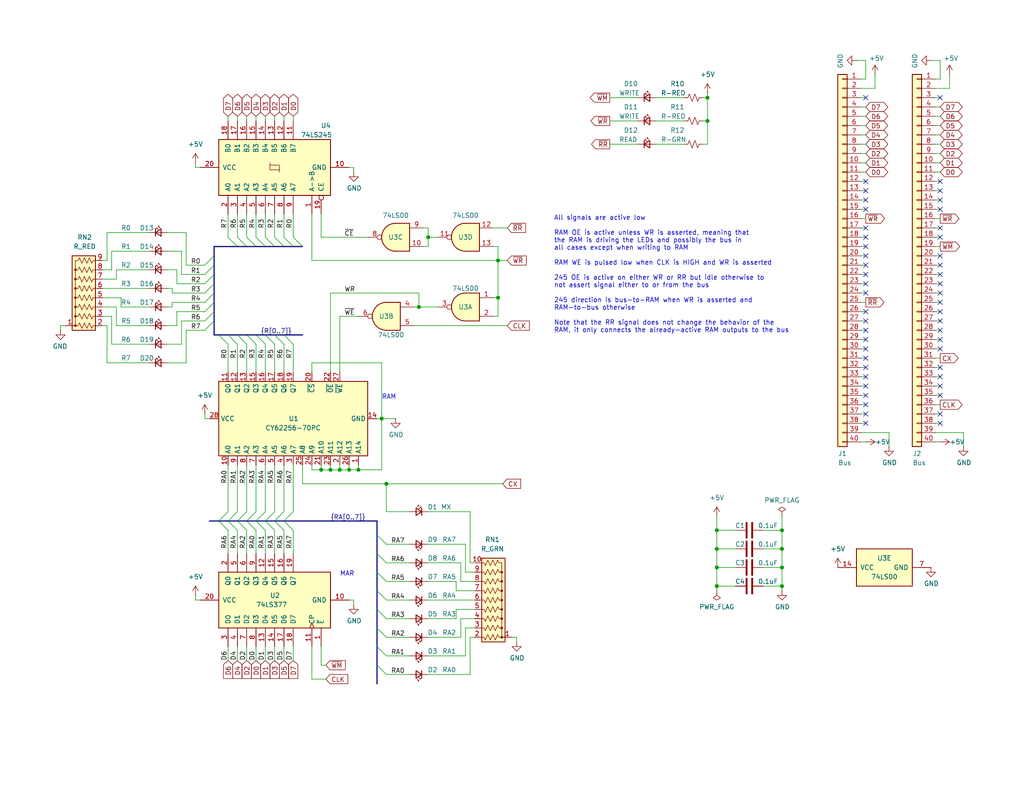
<source format=kicad_sch>
(kicad_sch (version 20231120) (generator "eeschema") (generator_version "8.0")
  (paper "USLetter")
  (title_block (title "SAP-Plus RAM and MAR") (date "2024-11-30") (rev "1.1") (company "github.com/TomNisbet/sap-plus"))
  (junction (at 193.04 26.67))
  (junction (at 105.41 132.08))
  (junction (at 95.25 128.27))
  (junction (at 87.63 128.27))
  (junction (at 135.89 81.28))
  (junction (at 135.89 71.12))
  (junction (at 195.58 144.78))
  (junction (at 195.58 149.86))
  (junction (at 193.04 33.02))
  (junction (at 92.71 128.27))
  (junction (at 114.3 83.82))
  (junction (at 213.36 144.78))
  (junction (at 213.36 154.94))
  (junction (at 90.17 128.27))
  (junction (at 116.84 64.77))
  (junction (at 104.14 114.3))
  (junction (at 97.79 128.27))
  (junction (at 195.58 154.94))
  (junction (at 213.36 160.02))
  (junction (at 195.58 160.02))
  (junction (at 213.36 149.86))
  (no_connect (at 236.22 115.57))
  (no_connect (at 236.22 64.77))
  (no_connect (at 256.54 90.17))
  (no_connect (at 236.22 67.31))
  (no_connect (at 256.54 69.85))
  (no_connect (at 236.22 100.33))
  (no_connect (at 236.22 69.85))
  (no_connect (at 236.22 102.87))
  (no_connect (at 256.54 85.09))
  (no_connect (at 236.22 95.25))
  (no_connect (at 236.22 77.47))
  (no_connect (at 236.22 26.67))
  (no_connect (at 256.54 77.47))
  (no_connect (at 256.54 54.61))
  (no_connect (at 256.54 52.07))
  (no_connect (at 256.54 62.23))
  (no_connect (at 236.22 113.03))
  (no_connect (at 236.22 57.15))
  (no_connect (at 236.22 92.71))
  (no_connect (at 236.22 87.63))
  (no_connect (at 236.22 105.41))
  (no_connect (at 256.54 115.57))
  (no_connect (at 236.22 85.09))
  (no_connect (at 236.22 110.49))
  (no_connect (at 236.22 72.39))
  (no_connect (at 236.22 80.01))
  (no_connect (at 256.54 105.41))
  (no_connect (at 236.22 62.23))
  (no_connect (at 256.54 57.15))
  (no_connect (at 256.54 26.67))
  (no_connect (at 256.54 107.95))
  (no_connect (at 236.22 107.95))
  (no_connect (at 236.22 52.07))
  (no_connect (at 236.22 90.17))
  (no_connect (at 236.22 54.61))
  (no_connect (at 256.54 64.77))
  (no_connect (at 256.54 95.25))
  (no_connect (at 256.54 74.93))
  (no_connect (at 256.54 49.53))
  (no_connect (at 256.54 102.87))
  (no_connect (at 256.54 87.63))
  (no_connect (at 256.54 82.55))
  (no_connect (at 236.22 97.79))
  (no_connect (at 256.54 100.33))
  (no_connect (at 236.22 74.93))
  (no_connect (at 256.54 80.01))
  (no_connect (at 256.54 92.71))
  (no_connect (at 236.22 49.53))
  (no_connect (at 256.54 113.03))
  (no_connect (at 256.54 72.39))
  (bus_entry (at 77.47 64.77) (size 2.54 2.54))
  (bus_entry (at 72.39 64.77) (size 2.54 2.54))
  (bus_entry (at 62.23 142.24) (size 2.54 2.54))
  (bus_entry (at 105.41 148.59) (size -2.54 -2.54))
  (bus_entry (at 74.93 139.7) (size -2.54 2.54))
  (bus_entry (at 72.39 139.7) (size -2.54 2.54))
  (bus_entry (at 62.23 139.7) (size -2.54 2.54))
  (bus_entry (at 69.85 139.7) (size -2.54 2.54))
  (bus_entry (at 67.31 91.44) (size 2.54 2.54))
  (bus_entry (at 64.77 91.44) (size 2.54 2.54))
  (bus_entry (at 55.88 90.17) (size 2.54 -2.54))
  (bus_entry (at 64.77 142.24) (size 2.54 2.54))
  (bus_entry (at 69.85 142.24) (size 2.54 2.54))
  (bus_entry (at 105.41 173.99) (size -2.54 -2.54))
  (bus_entry (at 55.88 77.47) (size 2.54 -2.54))
  (bus_entry (at 67.31 139.7) (size -2.54 2.54))
  (bus_entry (at 69.85 91.44) (size 2.54 2.54))
  (bus_entry (at 105.41 168.91) (size -2.54 -2.54))
  (bus_entry (at 55.88 85.09) (size 2.54 -2.54))
  (bus_entry (at 80.01 139.7) (size -2.54 2.54))
  (bus_entry (at 80.01 64.77) (size 2.54 2.54))
  (bus_entry (at 59.69 142.24) (size 2.54 2.54))
  (bus_entry (at 64.77 139.7) (size -2.54 2.54))
  (bus_entry (at 77.47 142.24) (size 2.54 2.54))
  (bus_entry (at 55.88 80.01) (size 2.54 -2.54))
  (bus_entry (at 55.88 82.55) (size 2.54 -2.54))
  (bus_entry (at 105.41 179.07) (size -2.54 -2.54))
  (bus_entry (at 62.23 91.44) (size 2.54 2.54))
  (bus_entry (at 105.41 163.83) (size -2.54 -2.54))
  (bus_entry (at 55.88 72.39) (size 2.54 -2.54))
  (bus_entry (at 72.39 142.24) (size 2.54 2.54))
  (bus_entry (at 67.31 64.77) (size 2.54 2.54))
  (bus_entry (at 74.93 91.44) (size 2.54 2.54))
  (bus_entry (at 74.93 142.24) (size 2.54 2.54))
  (bus_entry (at 67.31 142.24) (size 2.54 2.54))
  (bus_entry (at 74.93 64.77) (size 2.54 2.54))
  (bus_entry (at 59.69 91.44) (size 2.54 2.54))
  (bus_entry (at 77.47 91.44) (size 2.54 2.54))
  (bus_entry (at 77.47 139.7) (size -2.54 2.54))
  (bus_entry (at 105.41 184.15) (size -2.54 -2.54))
  (bus_entry (at 72.39 91.44) (size 2.54 2.54))
  (bus_entry (at 55.88 74.93) (size 2.54 -2.54))
  (bus_entry (at 62.23 64.77) (size 2.54 2.54))
  (bus_entry (at 64.77 64.77) (size 2.54 2.54))
  (bus_entry (at 105.41 153.67) (size -2.54 -2.54))
  (bus_entry (at 105.41 158.75) (size -2.54 -2.54))
  (bus_entry (at 55.88 87.63) (size 2.54 -2.54))
  (bus_entry (at 69.85 64.77) (size 2.54 2.54))
  (wire (pts (xy 208.28 144.78) (xy 213.36 144.78)))
  (wire (pts (xy 74.93 176.53) (xy 74.93 180.34)))
  (wire (pts (xy 111.76 179.07) (xy 105.41 179.07)))
  (wire (pts (xy 236.22 16.51) (xy 236.22 21.59)))
  (wire (pts (xy 40.64 88.9) (xy 31.75 88.9)))
  (bus (pts (xy 58.42 82.55) (xy 58.42 85.09)))
  (bus (pts (xy 64.77 67.31) (xy 58.42 67.31)))
  (wire (pts (xy 236.22 64.77) (xy 234.95 64.77)))
  (wire (pts (xy 236.22 80.01) (xy 234.95 80.01)))
  (bus (pts (xy 72.39 142.24) (xy 74.93 142.24)))
  (bus (pts (xy 69.85 91.44) (xy 72.39 91.44)))
  (wire (pts (xy 64.77 58.42) (xy 64.77 64.77)))
  (wire (pts (xy 95.25 127) (xy 95.25 128.27)))
  (wire (pts (xy 193.04 39.37) (xy 191.77 39.37)))
  (wire (pts (xy 49.53 87.63) (xy 55.88 87.63)))
  (wire (pts (xy 85.09 128.27) (xy 85.09 127)))
  (wire (pts (xy 193.04 33.02) (xy 191.77 33.02)))
  (bus (pts (xy 77.47 67.31) (xy 74.93 67.31)))
  (wire (pts (xy 87.63 128.27) (xy 85.09 128.27)))
  (bus (pts (xy 67.31 142.24) (xy 69.85 142.24)))
  (wire (pts (xy 30.48 73.66) (xy 30.48 68.58)))
  (wire (pts (xy 49.53 93.98) (xy 45.72 93.98)))
  (wire (pts (xy 256.54 120.65) (xy 255.27 120.65)))
  (wire (pts (xy 255.27 118.11) (xy 262.89 118.11)))
  (wire (pts (xy 236.22 102.87) (xy 234.95 102.87)))
  (wire (pts (xy 129.54 168.91) (xy 125.73 168.91)))
  (wire (pts (xy 256.54 64.77) (xy 255.27 64.77)))
  (wire (pts (xy 113.03 83.82) (xy 114.3 83.82)))
  (wire (pts (xy 80.01 144.78) (xy 80.01 151.13)))
  (wire (pts (xy 97.79 86.36) (xy 92.71 86.36)))
  (wire (pts (xy 31.75 73.66) (xy 40.64 73.66)))
  (wire (pts (xy 62.23 31.75) (xy 62.23 33.02)))
  (wire (pts (xy 16.51 88.9) (xy 17.78 88.9)))
  (wire (pts (xy 111.76 168.91) (xy 105.41 168.91)))
  (wire (pts (xy 236.22 26.67) (xy 234.95 26.67)))
  (wire (pts (xy 234.95 110.49) (xy 236.22 110.49)))
  (wire (pts (xy 90.17 128.27) (xy 92.71 128.27)))
  (wire (pts (xy 33.02 81.28) (xy 33.02 83.82)))
  (wire (pts (xy 85.09 101.6) (xy 85.09 99.06)))
  (wire (pts (xy 53.34 162.56) (xy 53.34 163.83)))
  (wire (pts (xy 27.94 81.28) (xy 33.02 81.28)))
  (wire (pts (xy 87.63 176.53) (xy 87.63 181.61)))
  (bus (pts (xy 69.85 67.31) (xy 67.31 67.31)))
  (wire (pts (xy 80.01 31.75) (xy 80.01 33.02)))
  (bus (pts (xy 58.42 69.85) (xy 58.42 72.39)))
  (wire (pts (xy 62.23 127) (xy 62.23 139.7)))
  (wire (pts (xy 87.63 58.42) (xy 87.63 64.77)))
  (wire (pts (xy 74.93 144.78) (xy 74.93 151.13)))
  (wire (pts (xy 104.14 99.06) (xy 104.14 114.3)))
  (wire (pts (xy 64.77 127) (xy 64.77 139.7)))
  (wire (pts (xy 135.89 67.31) (xy 135.89 71.12)))
  (wire (pts (xy 87.63 127) (xy 87.63 128.27)))
  (wire (pts (xy 50.8 99.06) (xy 50.8 90.17)))
  (wire (pts (xy 27.94 73.66) (xy 30.48 73.66)))
  (wire (pts (xy 236.22 36.83) (xy 234.95 36.83)))
  (wire (pts (xy 236.22 90.17) (xy 234.95 90.17)))
  (wire (pts (xy 90.17 128.27) (xy 90.17 127)))
  (wire (pts (xy 111.76 184.15) (xy 105.41 184.15)))
  (wire (pts (xy 31.75 83.82) (xy 31.75 88.9)))
  (wire (pts (xy 69.85 176.53) (xy 69.85 180.34)))
  (wire (pts (xy 236.22 21.59) (xy 234.95 21.59)))
  (wire (pts (xy 85.09 176.53) (xy 85.09 185.42)))
  (wire (pts (xy 213.36 140.97) (xy 213.36 144.78)))
  (wire (pts (xy 31.75 76.2) (xy 31.75 73.66)))
  (wire (pts (xy 48.26 85.09) (xy 55.88 85.09)))
  (wire (pts (xy 116.84 163.83) (xy 129.54 163.83)))
  (wire (pts (xy 134.62 67.31) (xy 135.89 67.31)))
  (wire (pts (xy 195.58 160.02) (xy 195.58 161.29)))
  (wire (pts (xy 46.99 78.74) (xy 46.99 80.01)))
  (bus (pts (xy 77.47 91.44) (xy 82.55 91.44)))
  (wire (pts (xy 236.22 69.85) (xy 234.95 69.85)))
  (wire (pts (xy 256.54 57.15) (xy 255.27 57.15)))
  (wire (pts (xy 77.47 93.98) (xy 77.47 101.6)))
  (wire (pts (xy 256.54 41.91) (xy 255.27 41.91)))
  (bus (pts (xy 62.23 91.44) (xy 64.77 91.44)))
  (wire (pts (xy 46.99 83.82) (xy 46.99 82.55)))
  (wire (pts (xy 46.99 82.55) (xy 55.88 82.55)))
  (wire (pts (xy 256.54 107.95) (xy 255.27 107.95)))
  (wire (pts (xy 55.88 113.03) (xy 55.88 114.3)))
  (wire (pts (xy 29.21 99.06) (xy 40.64 99.06)))
  (wire (pts (xy 236.22 49.53) (xy 234.95 49.53)))
  (wire (pts (xy 105.41 132.08) (xy 137.16 132.08)))
  (wire (pts (xy 85.09 71.12) (xy 135.89 71.12)))
  (wire (pts (xy 125.73 158.75) (xy 125.73 153.67)))
  (wire (pts (xy 92.71 128.27) (xy 95.25 128.27)))
  (wire (pts (xy 200.66 154.94) (xy 195.58 154.94)))
  (wire (pts (xy 72.39 176.53) (xy 72.39 180.34)))
  (wire (pts (xy 53.34 45.72) (xy 54.61 45.72)))
  (wire (pts (xy 236.22 82.55) (xy 234.95 82.55)))
  (wire (pts (xy 256.54 52.07) (xy 255.27 52.07)))
  (bus (pts (xy 58.42 80.01) (xy 58.42 82.55)))
  (wire (pts (xy 74.93 58.42) (xy 74.93 64.77)))
  (wire (pts (xy 64.77 93.98) (xy 64.77 101.6)))
  (wire (pts (xy 49.53 68.58) (xy 49.53 74.93)))
  (wire (pts (xy 236.22 120.65) (xy 234.95 120.65)))
  (bus (pts (xy 64.77 91.44) (xy 67.31 91.44)))
  (wire (pts (xy 62.23 93.98) (xy 62.23 101.6)))
  (bus (pts (xy 64.77 142.24) (xy 67.31 142.24)))
  (wire (pts (xy 111.76 139.7) (xy 105.41 139.7)))
  (wire (pts (xy 256.54 69.85) (xy 255.27 69.85)))
  (wire (pts (xy 236.22 34.29) (xy 234.95 34.29)))
  (wire (pts (xy 128.27 173.99) (xy 128.27 184.15)))
  (bus (pts (xy 58.42 74.93) (xy 58.42 77.47)))
  (wire (pts (xy 256.54 82.55) (xy 255.27 82.55)))
  (wire (pts (xy 128.27 153.67) (xy 128.27 139.7)))
  (bus (pts (xy 67.31 67.31) (xy 64.77 67.31)))
  (wire (pts (xy 193.04 33.02) (xy 193.04 39.37)))
  (wire (pts (xy 116.84 153.67) (xy 125.73 153.67)))
  (wire (pts (xy 256.54 102.87) (xy 255.27 102.87)))
  (wire (pts (xy 67.31 176.53) (xy 67.31 180.34)))
  (wire (pts (xy 72.39 127) (xy 72.39 139.7)))
  (wire (pts (xy 114.3 83.82) (xy 119.38 83.82)))
  (bus (pts (xy 102.87 142.24) (xy 102.87 146.05)))
  (wire (pts (xy 186.69 33.02) (xy 179.07 33.02)))
  (wire (pts (xy 116.84 67.31) (xy 116.84 64.77)))
  (wire (pts (xy 256.54 34.29) (xy 255.27 34.29)))
  (wire (pts (xy 234.95 105.41) (xy 236.22 105.41)))
  (wire (pts (xy 29.21 88.9) (xy 29.21 99.06)))
  (wire (pts (xy 87.63 128.27) (xy 90.17 128.27)))
  (wire (pts (xy 129.54 161.29) (xy 124.46 161.29)))
  (bus (pts (xy 77.47 142.24) (xy 102.87 142.24)))
  (wire (pts (xy 256.54 26.67) (xy 255.27 26.67)))
  (wire (pts (xy 208.28 160.02) (xy 213.36 160.02)))
  (bus (pts (xy 74.93 91.44) (xy 77.47 91.44)))
  (wire (pts (xy 49.53 93.98) (xy 49.53 87.63)))
  (wire (pts (xy 85.09 99.06) (xy 104.14 99.06)))
  (wire (pts (xy 254 16.51) (xy 256.54 16.51)))
  (wire (pts (xy 236.22 95.25) (xy 234.95 95.25)))
  (wire (pts (xy 96.52 163.83) (xy 96.52 165.1)))
  (wire (pts (xy 127 148.59) (xy 116.84 148.59)))
  (wire (pts (xy 166.37 26.67) (xy 173.99 26.67)))
  (bus (pts (xy 102.87 181.61) (xy 102.87 186.69)))
  (wire (pts (xy 127 156.21) (xy 127 148.59)))
  (bus (pts (xy 80.01 67.31) (xy 77.47 67.31)))
  (wire (pts (xy 105.41 132.08) (xy 105.41 139.7)))
  (wire (pts (xy 135.89 71.12) (xy 135.89 81.28)))
  (wire (pts (xy 236.22 97.79) (xy 234.95 97.79)))
  (wire (pts (xy 234.95 118.11) (xy 242.57 118.11)))
  (wire (pts (xy 124.46 166.37) (xy 124.46 168.91)))
  (wire (pts (xy 111.76 163.83) (xy 105.41 163.83)))
  (wire (pts (xy 69.85 144.78) (xy 69.85 151.13)))
  (wire (pts (xy 27.94 76.2) (xy 31.75 76.2)))
  (wire (pts (xy 64.77 31.75) (xy 64.77 33.02)))
  (wire (pts (xy 80.01 127) (xy 80.01 139.7)))
  (bus (pts (xy 74.93 142.24) (xy 77.47 142.24)))
  (wire (pts (xy 213.36 149.86) (xy 213.36 154.94)))
  (wire (pts (xy 236.22 74.93) (xy 234.95 74.93)))
  (wire (pts (xy 67.31 144.78) (xy 67.31 151.13)))
  (wire (pts (xy 30.48 86.36) (xy 30.48 93.98)))
  (wire (pts (xy 45.72 73.66) (xy 48.26 73.66)))
  (wire (pts (xy 127 171.45) (xy 127 179.07)))
  (wire (pts (xy 40.64 78.74) (xy 27.94 78.74)))
  (wire (pts (xy 166.37 39.37) (xy 173.99 39.37)))
  (bus (pts (xy 102.87 161.29) (xy 102.87 166.37)))
  (wire (pts (xy 67.31 93.98) (xy 67.31 101.6)))
  (wire (pts (xy 256.54 21.59) (xy 255.27 21.59)))
  (wire (pts (xy 234.95 115.57) (xy 236.22 115.57)))
  (wire (pts (xy 256.54 67.31) (xy 255.27 67.31)))
  (wire (pts (xy 236.22 72.39) (xy 234.95 72.39)))
  (wire (pts (xy 111.76 153.67) (xy 105.41 153.67)))
  (bus (pts (xy 67.31 91.44) (xy 69.85 91.44)))
  (wire (pts (xy 127 179.07) (xy 116.84 179.07)))
  (bus (pts (xy 72.39 91.44) (xy 74.93 91.44)))
  (wire (pts (xy 256.54 31.75) (xy 255.27 31.75)))
  (wire (pts (xy 236.22 52.07) (xy 234.95 52.07)))
  (wire (pts (xy 256.54 97.79) (xy 255.27 97.79)))
  (wire (pts (xy 200.66 149.86) (xy 195.58 149.86)))
  (wire (pts (xy 213.36 160.02) (xy 213.36 161.29)))
  (wire (pts (xy 69.85 31.75) (xy 69.85 33.02)))
  (wire (pts (xy 80.01 58.42) (xy 80.01 64.77)))
  (wire (pts (xy 236.22 29.21) (xy 234.95 29.21)))
  (wire (pts (xy 124.46 161.29) (xy 124.46 158.75)))
  (wire (pts (xy 45.72 83.82) (xy 46.99 83.82)))
  (wire (pts (xy 69.85 93.98) (xy 69.85 101.6)))
  (wire (pts (xy 55.88 114.3) (xy 57.15 114.3)))
  (wire (pts (xy 256.54 54.61) (xy 255.27 54.61)))
  (wire (pts (xy 236.22 92.71) (xy 234.95 92.71)))
  (wire (pts (xy 48.26 88.9) (xy 48.26 85.09)))
  (wire (pts (xy 104.14 128.27) (xy 97.79 128.27)))
  (wire (pts (xy 195.58 154.94) (xy 195.58 160.02)))
  (wire (pts (xy 104.14 114.3) (xy 107.95 114.3)))
  (wire (pts (xy 95.25 128.27) (xy 97.79 128.27)))
  (wire (pts (xy 140.97 173.99) (xy 140.97 175.26)))
  (bus (pts (xy 58.42 87.63) (xy 58.42 91.44)))
  (wire (pts (xy 200.66 144.78) (xy 195.58 144.78)))
  (wire (pts (xy 53.34 44.45) (xy 53.34 45.72)))
  (wire (pts (xy 236.22 59.69) (xy 234.95 59.69)))
  (wire (pts (xy 27.94 83.82) (xy 31.75 83.82)))
  (wire (pts (xy 236.22 57.15) (xy 234.95 57.15)))
  (wire (pts (xy 186.69 26.67) (xy 179.07 26.67)))
  (wire (pts (xy 114.3 80.01) (xy 114.3 83.82)))
  (bus (pts (xy 59.69 142.24) (xy 62.23 142.24)))
  (wire (pts (xy 124.46 158.75) (xy 116.84 158.75)))
  (wire (pts (xy 64.77 176.53) (xy 64.77 180.34)))
  (wire (pts (xy 62.23 144.78) (xy 62.23 151.13)))
  (wire (pts (xy 45.72 63.5) (xy 50.8 63.5)))
  (wire (pts (xy 262.89 118.11) (xy 262.89 121.92)))
  (wire (pts (xy 195.58 144.78) (xy 195.58 149.86)))
  (bus (pts (xy 69.85 142.24) (xy 72.39 142.24)))
  (wire (pts (xy 125.73 168.91) (xy 125.73 173.99)))
  (wire (pts (xy 129.54 171.45) (xy 127 171.45)))
  (bus (pts (xy 74.93 67.31) (xy 72.39 67.31)))
  (wire (pts (xy 27.94 71.12) (xy 29.21 71.12)))
  (wire (pts (xy 135.89 86.36) (xy 134.62 86.36)))
  (wire (pts (xy 64.77 144.78) (xy 64.77 151.13)))
  (wire (pts (xy 208.28 149.86) (xy 213.36 149.86)))
  (wire (pts (xy 80.01 176.53) (xy 80.01 180.34)))
  (wire (pts (xy 87.63 181.61) (xy 88.9 181.61)))
  (wire (pts (xy 116.84 64.77) (xy 119.38 64.77)))
  (wire (pts (xy 77.47 31.75) (xy 77.47 33.02)))
  (wire (pts (xy 104.14 114.3) (xy 104.14 128.27)))
  (wire (pts (xy 97.79 128.27) (xy 97.79 127)))
  (wire (pts (xy 236.22 85.09) (xy 234.95 85.09)))
  (wire (pts (xy 234.95 24.13) (xy 238.76 24.13)))
  (wire (pts (xy 40.64 83.82) (xy 33.02 83.82)))
  (wire (pts (xy 96.52 46.99) (xy 96.52 45.72)))
  (wire (pts (xy 213.36 144.78) (xy 213.36 149.86)))
  (bus (pts (xy 72.39 67.31) (xy 69.85 67.31)))
  (wire (pts (xy 74.93 31.75) (xy 74.93 33.02)))
  (wire (pts (xy 92.71 127) (xy 92.71 128.27)))
  (wire (pts (xy 213.36 154.94) (xy 213.36 160.02)))
  (wire (pts (xy 49.53 74.93) (xy 55.88 74.93)))
  (wire (pts (xy 256.54 74.93) (xy 255.27 74.93)))
  (wire (pts (xy 67.31 31.75) (xy 67.31 33.02)))
  (wire (pts (xy 256.54 44.45) (xy 255.27 44.45)))
  (wire (pts (xy 74.93 127) (xy 74.93 139.7)))
  (wire (pts (xy 30.48 93.98) (xy 40.64 93.98)))
  (wire (pts (xy 256.54 85.09) (xy 255.27 85.09)))
  (wire (pts (xy 67.31 58.42) (xy 67.31 64.77)))
  (wire (pts (xy 256.54 16.51) (xy 256.54 21.59)))
  (wire (pts (xy 77.47 58.42) (xy 77.47 64.77)))
  (bus (pts (xy 58.42 72.39) (xy 58.42 74.93)))
  (wire (pts (xy 72.39 31.75) (xy 72.39 33.02)))
  (wire (pts (xy 236.22 41.91) (xy 234.95 41.91)))
  (bus (pts (xy 102.87 151.13) (xy 102.87 156.21)))
  (wire (pts (xy 116.84 62.23) (xy 116.84 64.77)))
  (bus (pts (xy 57.15 142.24) (xy 59.69 142.24)))
  (wire (pts (xy 256.54 90.17) (xy 255.27 90.17)))
  (wire (pts (xy 234.95 113.03) (xy 236.22 113.03)))
  (wire (pts (xy 195.58 149.86) (xy 195.58 154.94)))
  (wire (pts (xy 113.03 88.9) (xy 138.43 88.9)))
  (wire (pts (xy 67.31 127) (xy 67.31 139.7)))
  (wire (pts (xy 72.39 58.42) (xy 72.39 64.77)))
  (wire (pts (xy 129.54 166.37) (xy 124.46 166.37)))
  (wire (pts (xy 62.23 176.53) (xy 62.23 180.34)))
  (wire (pts (xy 129.54 153.67) (xy 128.27 153.67)))
  (bus (pts (xy 58.42 85.09) (xy 58.42 87.63)))
  (wire (pts (xy 238.76 20.32) (xy 238.76 24.13)))
  (wire (pts (xy 50.8 63.5) (xy 50.8 72.39)))
  (wire (pts (xy 256.54 110.49) (xy 255.27 110.49)))
  (wire (pts (xy 16.51 90.17) (xy 16.51 88.9)))
  (wire (pts (xy 92.71 86.36) (xy 92.71 101.6)))
  (wire (pts (xy 74.93 93.98) (xy 74.93 101.6)))
  (wire (pts (xy 236.22 44.45) (xy 234.95 44.45)))
  (wire (pts (xy 256.54 29.21) (xy 255.27 29.21)))
  (wire (pts (xy 256.54 100.33) (xy 255.27 100.33)))
  (bus (pts (xy 58.42 77.47) (xy 58.42 80.01)))
  (wire (pts (xy 193.04 26.67) (xy 191.77 26.67)))
  (wire (pts (xy 135.89 71.12) (xy 138.43 71.12)))
  (wire (pts (xy 128.27 184.15) (xy 116.84 184.15)))
  (wire (pts (xy 256.54 59.69) (xy 255.27 59.69)))
  (wire (pts (xy 95.25 163.83) (xy 96.52 163.83)))
  (wire (pts (xy 50.8 90.17) (xy 55.88 90.17)))
  (wire (pts (xy 139.7 173.99) (xy 140.97 173.99)))
  (wire (pts (xy 53.34 163.83) (xy 54.61 163.83)))
  (wire (pts (xy 236.22 77.47) (xy 234.95 77.47)))
  (wire (pts (xy 256.54 49.53) (xy 255.27 49.53)))
  (wire (pts (xy 256.54 87.63) (xy 255.27 87.63)))
  (wire (pts (xy 90.17 80.01) (xy 90.17 101.6)))
  (wire (pts (xy 236.22 31.75) (xy 234.95 31.75)))
  (wire (pts (xy 29.21 63.5) (xy 40.64 63.5)))
  (bus (pts (xy 102.87 171.45) (xy 102.87 176.53)))
  (wire (pts (xy 129.54 156.21) (xy 127 156.21)))
  (wire (pts (xy 129.54 173.99) (xy 128.27 173.99)))
  (wire (pts (xy 111.76 148.59) (xy 105.41 148.59)))
  (wire (pts (xy 72.39 93.98) (xy 72.39 101.6)))
  (wire (pts (xy 45.72 78.74) (xy 46.99 78.74)))
  (bus (pts (xy 59.69 91.44) (xy 62.23 91.44)))
  (wire (pts (xy 72.39 144.78) (xy 72.39 151.13)))
  (wire (pts (xy 256.54 72.39) (xy 255.27 72.39)))
  (wire (pts (xy 135.89 81.28) (xy 134.62 81.28)))
  (wire (pts (xy 256.54 46.99) (xy 255.27 46.99)))
  (wire (pts (xy 27.94 88.9) (xy 29.21 88.9)))
  (wire (pts (xy 111.76 158.75) (xy 105.41 158.75)))
  (wire (pts (xy 77.47 176.53) (xy 77.47 180.34)))
  (wire (pts (xy 115.57 62.23) (xy 116.84 62.23)))
  (wire (pts (xy 29.21 71.12) (xy 29.21 63.5)))
  (wire (pts (xy 256.54 77.47) (xy 255.27 77.47)))
  (wire (pts (xy 256.54 80.01) (xy 255.27 80.01)))
  (wire (pts (xy 259.08 20.32) (xy 259.08 24.13)))
  (wire (pts (xy 236.22 39.37) (xy 234.95 39.37)))
  (wire (pts (xy 77.47 127) (xy 77.47 139.7)))
  (wire (pts (xy 111.76 173.99) (xy 105.41 173.99)))
  (wire (pts (xy 116.84 173.99) (xy 125.73 173.99)))
  (wire (pts (xy 96.52 45.72) (xy 95.25 45.72)))
  (wire (pts (xy 48.26 77.47) (xy 55.88 77.47)))
  (wire (pts (xy 45.72 88.9) (xy 48.26 88.9)))
  (wire (pts (xy 77.47 144.78) (xy 77.47 151.13)))
  (bus (pts (xy 62.23 142.24) (xy 64.77 142.24)))
  (wire (pts (xy 135.89 81.28) (xy 135.89 86.36)))
  (wire (pts (xy 236.22 46.99) (xy 234.95 46.99)))
  (wire (pts (xy 45.72 68.58) (xy 49.53 68.58)))
  (wire (pts (xy 87.63 64.77) (xy 100.33 64.77)))
  (wire (pts (xy 242.57 118.11) (xy 242.57 121.92)))
  (bus (pts (xy 102.87 176.53) (xy 102.87 181.61)))
  (wire (pts (xy 233.68 16.51) (xy 236.22 16.51)))
  (wire (pts (xy 255.27 24.13) (xy 259.08 24.13)))
  (wire (pts (xy 256.54 105.41) (xy 255.27 105.41)))
  (wire (pts (xy 256.54 62.23) (xy 255.27 62.23)))
  (wire (pts (xy 82.55 132.08) (xy 105.41 132.08)))
  (wire (pts (xy 256.54 115.57) (xy 255.27 115.57)))
  (bus (pts (xy 58.42 67.31) (xy 58.42 69.85)))
  (wire (pts (xy 256.54 95.25) (xy 255.27 95.25)))
  (wire (pts (xy 85.09 58.42) (xy 85.09 71.12)))
  (wire (pts (xy 234.95 107.95) (xy 236.22 107.95)))
  (wire (pts (xy 195.58 140.97) (xy 195.58 144.78)))
  (wire (pts (xy 90.17 80.01) (xy 114.3 80.01)))
  (wire (pts (xy 256.54 39.37) (xy 255.27 39.37)))
  (wire (pts (xy 27.94 86.36) (xy 30.48 86.36)))
  (wire (pts (xy 62.23 58.42) (xy 62.23 64.77)))
  (wire (pts (xy 186.69 39.37) (xy 179.07 39.37)))
  (wire (pts (xy 256.54 92.71) (xy 255.27 92.71)))
  (bus (pts (xy 102.87 166.37) (xy 102.87 171.45)))
  (wire (pts (xy 116.84 168.91) (xy 124.46 168.91)))
  (wire (pts (xy 69.85 58.42) (xy 69.85 64.77)))
  (wire (pts (xy 69.85 127) (xy 69.85 139.7)))
  (wire (pts (xy 102.87 114.3) (xy 104.14 114.3)))
  (wire (pts (xy 48.26 73.66) (xy 48.26 77.47)))
  (wire (pts (xy 82.55 127) (xy 82.55 132.08)))
  (wire (pts (xy 40.64 68.58) (xy 30.48 68.58)))
  (wire (pts (xy 256.54 113.03) (xy 255.27 113.03)))
  (wire (pts (xy 45.72 99.06) (xy 50.8 99.06)))
  (wire (pts (xy 236.22 67.31) (xy 234.95 67.31)))
  (wire (pts (xy 236.22 62.23) (xy 234.95 62.23)))
  (wire (pts (xy 166.37 33.02) (xy 173.99 33.02)))
  (wire (pts (xy 50.8 72.39) (xy 55.88 72.39)))
  (wire (pts (xy 236.22 54.61) (xy 234.95 54.61)))
  (wire (pts (xy 115.57 67.31) (xy 116.84 67.31)))
  (wire (pts (xy 193.04 26.67) (xy 193.04 33.02)))
  (wire (pts (xy 128.27 139.7) (xy 116.84 139.7)))
  (wire (pts (xy 195.58 160.02) (xy 200.66 160.02)))
  (wire (pts (xy 85.09 185.42) (xy 88.9 185.42)))
  (wire (pts (xy 208.28 154.94) (xy 213.36 154.94)))
  (wire (pts (xy 193.04 25.4) (xy 193.04 26.67)))
  (wire (pts (xy 80.01 93.98) (xy 80.01 101.6)))
  (bus (pts (xy 80.01 67.31) (xy 82.55 67.31)))
  (bus (pts (xy 102.87 146.05) (xy 102.87 151.13)))
  (wire (pts (xy 134.62 62.23) (xy 138.43 62.23)))
  (wire (pts (xy 236.22 100.33) (xy 234.95 100.33)))
  (wire (pts (xy 236.22 87.63) (xy 234.95 87.63)))
  (wire (pts (xy 129.54 158.75) (xy 125.73 158.75)))
  (wire (pts (xy 256.54 36.83) (xy 255.27 36.83)))
  (bus (pts (xy 102.87 156.21) (xy 102.87 161.29)))
  (wire (pts (xy 46.99 80.01) (xy 55.88 80.01)))
  (bus (pts (xy 58.42 91.44) (xy 59.69 91.44)))
  (text "All signals are active low\n\nRAM OE is active unless WR is asserted, meaning that\nthe RAM is driving the LEDs and possibly the bus in\nall cases except when writing to RAM\n\nRAM WE is pulsed low when CLK is HIGH and WR is asserted \n\n245 OE is active on either WR or RR but idle otherwise to \nnot assert signal either to or from the bus\n\n245 direction is bus-to-RAM when WR is asserted and \nRAM-to-bus otherwise\n\nNote that the RR signal does not change the behavior of the\nRAM, it only connects the already-active RAM outputs to the bus\n" (at 151.13 74.93 0) (effects (font (size 1.27 1.27)) (justify left)))
  (text "MAR" (at 92.71 157.48 0) (effects (font (size 1.27 1.27)) (justify left bottom)))
  (text "RAM" (at 104.14 109.22 0) (effects (font (size 1.27 1.27)) (justify left bottom)))
  (label "RA7" (at 106.68 148.59 0))
  (label "D7" (at 80.01 180.34 90))
  (label "RA7" (at 80.01 132.08 90))
  (label "WR" (at 93.98 80.01 0))
  (label "R7" (at 80.01 95.25 270))
  (label "R2" (at 74.93 59.69 270))
  (label "R5" (at 52.07 85.09 0))
  (label "D0" (at 69.85 180.34 90))
  (label "D2" (at 67.31 180.34 90))
  (label "R3" (at 72.39 59.69 270))
  (label "R3" (at 69.85 95.25 270))
  (label "R5" (at 74.93 95.25 270))
  (label "R6" (at 64.77 59.69 270))
  (label "{R[0..7]}" (at 71.12 91.44 0))
  (label "R5" (at 67.31 59.69 270))
  (label "R0" (at 52.07 72.39 0))
  (label "R0" (at 62.23 95.25 270))
  (label "RA1" (at 64.77 132.08 90))
  (label "R1" (at 77.47 59.69 270))
  (label "RA4" (at 64.77 149.86 90))
  (label "~{WE}" (at 93.98 86.36 0))
  (label "R1" (at 52.07 74.93 0))
  (label "{RA[0..7]}" (at 90.17 142.24 0))
  (label "D4" (at 64.77 180.34 90))
  (label "R6" (at 52.07 87.63 0))
  (label "RA2" (at 67.31 149.86 90))
  (label "D1" (at 72.39 180.34 90))
  (label "R4" (at 69.85 59.69 270))
  (label "RA5" (at 77.47 149.86 90))
  (label "~{CE}" (at 93.98 64.77 0))
  (label "RA6" (at 106.68 153.67 0))
  (label "R2" (at 67.31 95.25 270))
  (label "RA5" (at 106.68 158.75 0))
  (label "RA3" (at 69.85 132.08 90))
  (label "R4" (at 72.39 95.25 270))
  (label "RA0" (at 62.23 132.08 90))
  (label "RA5" (at 74.93 132.08 90))
  (label "RA2" (at 106.68 173.99 0))
  (label "R4" (at 52.07 82.55 0))
  (label "R7" (at 62.23 59.69 270))
  (label "D5" (at 77.47 180.34 90))
  (label "RA1" (at 72.39 149.86 90))
  (label "D3" (at 74.93 180.34 90))
  (label "R7" (at 52.07 90.17 0))
  (label "R0" (at 80.01 59.69 270))
  (label "RA4" (at 72.39 132.08 90))
  (label "RA3" (at 74.93 149.86 90))
  (label "R1" (at 64.77 95.25 270))
  (label "RA0" (at 106.68 184.15 0))
  (label "R6" (at 77.47 95.25 270))
  (label "RA4" (at 106.68 163.83 0))
  (label "RA7" (at 80.01 149.86 90))
  (label "RA6" (at 62.23 149.86 90))
  (label "RA3" (at 106.68 168.91 0))
  (label "RA0" (at 69.85 149.86 90))
  (label "R2" (at 52.07 77.47 0))
  (label "RA1" (at 106.68 179.07 0))
  (label "RA6" (at 77.47 132.08 90))
  (label "RA2" (at 67.31 132.08 90))
  (label "R3" (at 52.07 80.01 0))
  (label "D6" (at 62.23 180.34 90))
  (global_label "D3" (shape bidirectional) (at 236.22 39.37 0) (property "Intersheetrefs" "${INTERSHEET_REFS}" (effects (hide yes))))
  (global_label "D1" (shape bidirectional) (at 256.54 44.45 0) (property "Intersheetrefs" "${INTERSHEET_REFS}" (effects (hide yes))))
  (global_label "D6" (shape bidirectional) (at 256.54 31.75 0) (property "Intersheetrefs" "${INTERSHEET_REFS}" (effects (hide yes))))
  (global_label "D6" (shape tri_state) (at 64.77 31.75 90) (property "Intersheetrefs" "${INTERSHEET_REFS}" (effects (hide yes))))
  (global_label "D3" (shape bidirectional) (at 256.54 39.37 0) (property "Intersheetrefs" "${INTERSHEET_REFS}" (effects (hide yes))))
  (global_label "D1" (shape tri_state) (at 77.47 31.75 90) (property "Intersheetrefs" "${INTERSHEET_REFS}" (effects (hide yes))))
  (global_label "~{WR}" (shape output) (at 236.22 59.69 0) (property "Intersheetrefs" "${INTERSHEET_REFS}" (effects (hide yes))))
  (global_label "D2" (shape bidirectional) (at 256.54 41.91 0) (property "Intersheetrefs" "${INTERSHEET_REFS}" (effects (hide yes))))
  (global_label "~{RR}" (shape output) (at 166.37 39.37 180) (property "Intersheetrefs" "${INTERSHEET_REFS}" (effects (hide yes))))
  (global_label "~{WM}" (shape input) (at 88.9 181.61 0) (property "Intersheetrefs" "${INTERSHEET_REFS}" (effects (hide yes))))
  (global_label "D0" (shape input) (at 69.85 180.34 270) (property "Intersheetrefs" "${INTERSHEET_REFS}" (effects (hide yes))))
  (global_label "CLK" (shape input) (at 88.9 185.42 0) (property "Intersheetrefs" "${INTERSHEET_REFS}" (effects (hide yes))))
  (global_label "D5" (shape input) (at 77.47 180.34 270) (property "Intersheetrefs" "${INTERSHEET_REFS}" (effects (hide yes))))
  (global_label "CLK" (shape input) (at 138.43 88.9 0) (property "Intersheetrefs" "${INTERSHEET_REFS}" (effects (hide yes))))
  (global_label "D4" (shape tri_state) (at 69.85 31.75 90) (property "Intersheetrefs" "${INTERSHEET_REFS}" (effects (hide yes))))
  (global_label "D7" (shape input) (at 80.01 180.34 270) (property "Intersheetrefs" "${INTERSHEET_REFS}" (effects (hide yes))))
  (global_label "~{RR}" (shape input) (at 138.43 62.23 0) (property "Intersheetrefs" "${INTERSHEET_REFS}" (effects (hide yes))))
  (global_label "D5" (shape bidirectional) (at 256.54 34.29 0) (property "Intersheetrefs" "${INTERSHEET_REFS}" (effects (hide yes))))
  (global_label "D2" (shape bidirectional) (at 236.22 41.91 0) (property "Intersheetrefs" "${INTERSHEET_REFS}" (effects (hide yes))))
  (global_label "CLK" (shape output) (at 256.54 110.49 0) (property "Intersheetrefs" "${INTERSHEET_REFS}" (effects (hide yes))))
  (global_label "~{WM}" (shape output) (at 256.54 67.31 0) (property "Intersheetrefs" "${INTERSHEET_REFS}" (effects (hide yes))))
  (global_label "~{RR}" (shape output) (at 236.22 82.55 0) (property "Intersheetrefs" "${INTERSHEET_REFS}" (effects (hide yes))))
  (global_label "D1" (shape bidirectional) (at 236.22 44.45 0) (property "Intersheetrefs" "${INTERSHEET_REFS}" (effects (hide yes))))
  (global_label "~{WR}" (shape output) (at 166.37 33.02 180) (property "Intersheetrefs" "${INTERSHEET_REFS}" (effects (hide yes))))
  (global_label "D0" (shape bidirectional) (at 256.54 46.99 0) (property "Intersheetrefs" "${INTERSHEET_REFS}" (effects (hide yes))))
  (global_label "D6" (shape input) (at 62.23 180.34 270) (property "Intersheetrefs" "${INTERSHEET_REFS}" (effects (hide yes))))
  (global_label "D6" (shape bidirectional) (at 236.22 31.75 0) (property "Intersheetrefs" "${INTERSHEET_REFS}" (effects (hide yes))))
  (global_label "D3" (shape tri_state) (at 72.39 31.75 90) (property "Intersheetrefs" "${INTERSHEET_REFS}" (effects (hide yes))))
  (global_label "D7" (shape bidirectional) (at 256.54 29.21 0) (property "Intersheetrefs" "${INTERSHEET_REFS}" (effects (hide yes))))
  (global_label "~{WR}" (shape output) (at 256.54 59.69 0) (property "Intersheetrefs" "${INTERSHEET_REFS}" (effects (hide yes))))
  (global_label "CX" (shape input) (at 137.16 132.08 0) (property "Intersheetrefs" "${INTERSHEET_REFS}" (effects (hide yes))))
  (global_label "D5" (shape bidirectional) (at 236.22 34.29 0) (property "Intersheetrefs" "${INTERSHEET_REFS}" (effects (hide yes))))
  (global_label "D4" (shape bidirectional) (at 236.22 36.83 0) (property "Intersheetrefs" "${INTERSHEET_REFS}" (effects (hide yes))))
  (global_label "D2" (shape input) (at 67.31 180.34 270) (property "Intersheetrefs" "${INTERSHEET_REFS}" (effects (hide yes))))
  (global_label "D3" (shape input) (at 74.93 180.34 270) (property "Intersheetrefs" "${INTERSHEET_REFS}" (effects (hide yes))))
  (global_label "D4" (shape input) (at 64.77 180.34 270) (property "Intersheetrefs" "${INTERSHEET_REFS}" (effects (hide yes))))
  (global_label "D2" (shape tri_state) (at 74.93 31.75 90) (property "Intersheetrefs" "${INTERSHEET_REFS}" (effects (hide yes))))
  (global_label "D7" (shape tri_state) (at 62.23 31.75 90) (property "Intersheetrefs" "${INTERSHEET_REFS}" (effects (hide yes))))
  (global_label "D4" (shape bidirectional) (at 256.54 36.83 0) (property "Intersheetrefs" "${INTERSHEET_REFS}" (effects (hide yes))))
  (global_label "D5" (shape tri_state) (at 67.31 31.75 90) (property "Intersheetrefs" "${INTERSHEET_REFS}" (effects (hide yes))))
  (global_label "CX" (shape output) (at 256.54 97.79 0) (property "Intersheetrefs" "${INTERSHEET_REFS}" (effects (hide yes))))
  (global_label "~{WM}" (shape output) (at 166.37 26.67 180) (property "Intersheetrefs" "${INTERSHEET_REFS}" (effects (hide yes))))
  (global_label "D0" (shape bidirectional) (at 236.22 46.99 0) (property "Intersheetrefs" "${INTERSHEET_REFS}" (effects (hide yes))))
  (global_label "~{WR}" (shape input) (at 138.43 71.12 0) (property "Intersheetrefs" "${INTERSHEET_REFS}" (effects (hide yes))))
  (global_label "D7" (shape bidirectional) (at 236.22 29.21 0) (property "Intersheetrefs" "${INTERSHEET_REFS}" (effects (hide yes))))
  (global_label "D1" (shape input) (at 72.39 180.34 270) (property "Intersheetrefs" "${INTERSHEET_REFS}" (effects (hide yes))))
  (global_label "D0" (shape tri_state) (at 80.01 31.75 90) (property "Intersheetrefs" "${INTERSHEET_REFS}" (effects (hide yes))))
  (symbol (lib_id "Connector_Generic:Conn_01x40") (at 229.87 69.85 0) (mirror y) (unit 1)
    (property "Reference" "J1" (at 229.87 123.825 0))
    (property "Value" "Bus" (at 230.505 126.365 0))
    (property "Footprint" "Connector_PinHeader_2.54mm:PinHeader_1x40_P2.54mm_Vertical" (effects (hide yes)))
  )
  (symbol (lib_id "power:GND") (at 233.68 16.51 270) (unit 1)
    (property "Reference" "#PWR01" (effects (hide yes)))
    (property "Value" "GND" (at 229.2858 16.637 0))
  )
  (symbol (lib_id "Connector_Generic:Conn_01x40") (at 250.19 69.85 0) (mirror y) (unit 1)
    (property "Reference" "J2" (at 250.19 123.825 0))
    (property "Value" "Bus" (at 250.825 126.365 0))
    (property "Footprint" "Connector_PinHeader_2.54mm:PinHeader_1x40_P2.54mm_Vertical" (effects (hide yes)))
  )
  (symbol (lib_id "power:GND") (at 254 16.51 270) (unit 1)
    (property "Reference" "#PWR03" (effects (hide yes)))
    (property "Value" "GND" (at 249.6058 16.637 0))
  )
  (symbol (lib_id "74xx:74LS377") (at 74.93 163.83 90) (unit 1)
    (property "Reference" "U2" (at 73.66 162.56 90) (effects (justify right)))
    (property "Value" "74LS377" (at 69.85 165.1 90) (effects (justify right)))
    (property "Footprint" "Package_DIP:DIP-20_W7.62mm" (effects (hide yes)))
    (property "Datasheet" "http://www.ti.com/lit/gpn/sn74LS377" (effects (hide yes)))
  )
  (symbol (lib_id "Device:LED_Small") (at 114.3 184.15 180) (unit 1)
    (property "Reference" "D2" (at 119.38 182.88 0) (effects (justify left)))
    (property "Value" "RA0" (at 124.46 182.88 0) (effects (justify left)))
    (property "Footprint" "LED_THT:LED_D3.0mm" (effects (hide yes)))
  )
  (symbol (lib_id "power:GND") (at 140.97 175.26 0) (unit 1)
    (property "Reference" "#PWR08" (effects (hide yes)))
    (property "Value" "GND" (at 141.097 179.6542 0))
  )
  (symbol (lib_id "Device:LED_Small") (at 114.3 179.07 180) (unit 1)
    (property "Reference" "D3" (at 119.38 177.8 0) (effects (justify left)))
    (property "Value" "RA1" (at 124.46 177.8 0) (effects (justify left)))
    (property "Footprint" "LED_THT:LED_D3.0mm" (effects (hide yes)))
  )
  (symbol (lib_id "Device:LED_Small") (at 114.3 173.99 180) (unit 1)
    (property "Reference" "D4" (at 119.38 172.72 0) (effects (justify left)))
    (property "Value" "RA2" (at 124.46 172.72 0) (effects (justify left)))
    (property "Footprint" "LED_THT:LED_D3.0mm" (effects (hide yes)))
  )
  (symbol (lib_id "Device:LED_Small") (at 114.3 168.91 180) (unit 1)
    (property "Reference" "D5" (at 119.38 167.64 0) (effects (justify left)))
    (property "Value" "RA3" (at 124.46 167.64 0) (effects (justify left)))
    (property "Footprint" "LED_THT:LED_D3.0mm" (effects (hide yes)))
  )
  (symbol (lib_id "Device:LED_Small") (at 114.3 163.83 180) (unit 1)
    (property "Reference" "D6" (at 119.38 162.56 0) (effects (justify left)))
    (property "Value" "RA4" (at 124.46 162.56 0) (effects (justify left)))
    (property "Footprint" "LED_THT:LED_D3.0mm" (effects (hide yes)))
  )
  (symbol (lib_id "Device:LED_Small") (at 114.3 158.75 180) (unit 1)
    (property "Reference" "D7" (at 119.38 157.48 0) (effects (justify left)))
    (property "Value" "RA5" (at 124.46 157.48 0) (effects (justify left)))
    (property "Footprint" "LED_THT:LED_D3.0mm" (effects (hide yes)))
  )
  (symbol (lib_id "Device:LED_Small") (at 114.3 153.67 180) (unit 1)
    (property "Reference" "D8" (at 119.38 152.4 0) (effects (justify left)))
    (property "Value" "RA6" (at 124.46 152.4 0) (effects (justify left)))
    (property "Footprint" "LED_THT:LED_D3.0mm" (effects (hide yes)))
  )
  (symbol (lib_id "Device:LED_Small") (at 114.3 148.59 180) (unit 1)
    (property "Reference" "D9" (at 119.38 147.32 0) (effects (justify left)))
    (property "Value" "RA7" (at 124.46 147.32 0) (effects (justify left)))
    (property "Footprint" "LED_THT:LED_D3.0mm" (effects (hide yes)))
  )
  (symbol (lib_id "74xx:74HCT00") (at 107.95 64.77 0) (mirror y) (unit 3)
    (property "Reference" "U3" (at 107.95 64.77 0))
    (property "Value" "74LS00" (at 107.95 58.8264 0))
    (property "Footprint" "Package_DIP:DIP-14_W7.62mm" (effects (hide yes)))
    (property "Datasheet" "http://www.ti.com/lit/gpn/sn74hct00" (effects (hide yes)))
  )
  (symbol (lib_id "74xx:74HCT00") (at 127 64.77 0) (mirror y) (unit 4)
    (property "Reference" "U3" (at 127 64.77 0))
    (property "Value" "74LS00" (at 127 58.8264 0))
    (property "Footprint" "Package_DIP:DIP-14_W7.62mm" (effects (hide yes)))
    (property "Datasheet" "http://www.ti.com/lit/gpn/sn74hct00" (effects (hide yes)))
  )
  (symbol (lib_id "power:GND") (at 96.52 46.99 0) (unit 1)
    (property "Reference" "#PWR0103" (effects (hide yes)))
    (property "Value" "GND" (at 96.647 51.3842 0))
  )
  (symbol (lib_id "Memory_RAM:CY62256-70PC") (at 80.01 114.3 90) (unit 1)
    (property "Reference" "U1" (at 78.74 114.3 90) (effects (justify right)))
    (property "Value" "CY62256-70PC" (at 72.39 116.84 90) (effects (justify right)))
    (property "Footprint" "Package_DIP:DIP-28_W15.24mm_Socket" (effects (hide yes)))
    (property "Datasheet" "https://ecee.colorado.edu/~mcclurel/Cypress_SRAM_CY62256.pdf" (effects (hide yes)))
  )
  (symbol (lib_id "Device:R_Small_US") (at 189.23 26.67 270) (unit 1)
    (property "Reference" "R10" (at 182.88 22.86 90) (effects (justify left)))
    (property "Value" "R-RED" (at 180.34 25.4 90) (effects (justify left)))
    (property "Footprint" "Resistor_THT:R_Axial_DIN0207_L6.3mm_D2.5mm_P10.16mm_Horizontal" (effects (hide yes)))
  )
  (symbol (lib_id "Device:LED_Small") (at 176.53 26.67 0) (unit 1)
    (property "Reference" "D10" (at 170.18 22.86 0) (effects (justify left)))
    (property "Value" "WRITE" (at 168.91 25.4 0) (effects (justify left)))
    (property "Footprint" "LED_THT:LED_D3.0mm" (effects (hide yes)))
  )
  (symbol (lib_id "power:GND") (at 107.95 114.3 0) (unit 1)
    (property "Reference" "#PWR019" (effects (hide yes)))
    (property "Value" "GND" (at 108.077 118.6942 0))
  )
  (symbol (lib_id "power:GND") (at 96.52 165.1 0) (unit 1)
    (property "Reference" "#PWR0405" (effects (hide yes)))
    (property "Value" "GND" (at 96.647 169.4942 0))
  )
  (symbol (lib_id "power:GND") (at 254 154.94 0) (unit 1)
    (property "Reference" "#PWR023" (effects (hide yes)))
    (property "Value" "GND" (at 254.127 159.3342 0))
  )
  (symbol (lib_id "Device:R_Small_US") (at 189.23 33.02 270) (unit 1)
    (property "Reference" "R11" (at 182.88 29.21 90) (effects (justify left)))
    (property "Value" "R-RED" (at 180.34 31.75 90) (effects (justify left)))
    (property "Footprint" "Resistor_THT:R_Axial_DIN0207_L6.3mm_D2.5mm_P10.16mm_Horizontal" (effects (hide yes)))
  )
  (symbol (lib_id "Device:LED_Small") (at 176.53 33.02 0) (unit 1)
    (property "Reference" "D11" (at 170.18 29.21 0) (effects (justify left)))
    (property "Value" "WRITE" (at 168.91 31.75 0) (effects (justify left)))
    (property "Footprint" "LED_THT:LED_D3.0mm" (effects (hide yes)))
  )
  (symbol (lib_id "Device:R_Small_US") (at 189.23 39.37 270) (unit 1)
    (property "Reference" "R12" (at 182.88 35.56 90) (effects (justify left)))
    (property "Value" "R-GRN" (at 180.34 38.1 90) (effects (justify left)))
    (property "Footprint" "Resistor_THT:R_Axial_DIN0207_L6.3mm_D2.5mm_P10.16mm_Horizontal" (effects (hide yes)))
  )
  (symbol (lib_id "Device:LED_Small") (at 176.53 39.37 0) (unit 1)
    (property "Reference" "D12" (at 170.18 35.56 0) (effects (justify left)))
    (property "Value" "READ" (at 168.91 38.1 0) (effects (justify left)))
    (property "Footprint" "LED_THT:LED_D3.0mm" (effects (hide yes)))
  )
  (symbol (lib_id "Device:C") (at 204.47 144.78 270) (unit 1)
    (property "Reference" "C1" (at 201.93 143.51 90))
    (property "Value" "0.1uF" (at 209.55 143.51 90))
    (property "Footprint" "Capacitor_THT:C_Disc_D3.0mm_W2.0mm_P2.50mm" (effects (hide yes)))
  )
  (symbol (lib_id "power:GND") (at 213.36 161.29 0) (unit 1)
    (property "Reference" "#PWR06" (effects (hide yes)))
    (property "Value" "GND" (at 213.487 165.6842 0))
  )
  (symbol (lib_id "power:PWR_FLAG") (at 213.36 140.97 0) (unit 1)
    (property "Reference" "#FLG02" (effects (hide yes)))
    (property "Value" "PWR_FLAG" (at 213.36 136.5758 0))
  )
  (symbol (lib_id "power:PWR_FLAG") (at 195.58 161.29 180) (unit 1)
    (property "Reference" "#FLG01" (effects (hide yes)))
    (property "Value" "PWR_FLAG" (at 195.58 165.6842 0))
  )
  (symbol (lib_id "Device:C") (at 204.47 149.86 270) (unit 1)
    (property "Reference" "C2" (at 201.93 148.59 90))
    (property "Value" "0.1uF" (at 209.55 148.59 90))
    (property "Footprint" "Capacitor_THT:C_Disc_D3.0mm_W2.0mm_P2.50mm" (effects (hide yes)))
  )
  (symbol (lib_id "Device:C") (at 204.47 154.94 270) (unit 1)
    (property "Reference" "C3" (at 201.93 153.67 90))
    (property "Value" "0.1uF" (at 209.55 153.67 90))
    (property "Footprint" "Capacitor_THT:C_Disc_D3.0mm_W2.0mm_P2.50mm" (effects (hide yes)))
  )
  (symbol (lib_id "74xx:74HCT00") (at 105.41 86.36 0) (mirror y) (unit 2)
    (property "Reference" "U3" (at 105.41 86.36 0))
    (property "Value" "74LS00" (at 106.68 91.44 0))
    (property "Footprint" "Package_DIP:DIP-14_W7.62mm" (effects (hide yes)))
    (property "Datasheet" "http://www.ti.com/lit/gpn/sn74hct00" (effects (hide yes)))
  )
  (symbol (lib_id "74xx:74HCT00") (at 127 83.82 0) (mirror y) (unit 1)
    (property "Reference" "U3" (at 127 83.82 0))
    (property "Value" "74LS00" (at 127 78.74 0))
    (property "Footprint" "Package_DIP:DIP-14_W7.62mm" (effects (hide yes)))
    (property "Datasheet" "http://www.ti.com/lit/gpn/sn74hct00" (effects (hide yes)))
  )
  (symbol (lib_id "74xx:74HCT00") (at 241.3 154.94 90) (unit 5)
    (property "Reference" "U3" (at 241.3 152.4 90))
    (property "Value" "74LS00" (at 241.3 157.48 90))
    (property "Footprint" "Package_DIP:DIP-14_W7.62mm" (effects (hide yes)))
    (property "Datasheet" "http://www.ti.com/lit/gpn/sn74hct00" (effects (hide yes)))
  )
  (symbol (lib_id "Device:LED_Small") (at 43.18 88.9 0) (unit 1)
    (property "Reference" "D18" (at 38.1 87.63 0) (effects (justify left)))
    (property "Value" "R5" (at 33.02 87.63 0) (effects (justify left)))
    (property "Footprint" "LED_THT:LED_D3.0mm" (effects (hide yes)))
  )
  (symbol (lib_id "power:+5V") (at 256.54 120.65 270) (unit 1)
    (property "Reference" "#PWR05" (effects (hide yes)))
    (property "Value" "+5V" (at 259.08 120.65 90) (effects (justify left)))
    (property "Description" "Power symbol creates a global label with name \"+5V\"" (effects (hide yes)))
  )
  (symbol (lib_id "power:+5V") (at 195.58 140.97 0) (unit 1)
    (property "Reference" "#PWR024" (effects (hide yes)))
    (property "Value" "+5V" (at 195.58 135.89 0))
    (property "Description" "Power symbol creates a global label with name \"+5V\"" (effects (hide yes)))
  )
  (symbol (lib_id "power:+5V") (at 55.88 113.03 0) (unit 1)
    (property "Reference" "#PWR011" (effects (hide yes)))
    (property "Value" "+5V" (at 55.88 107.95 0))
    (property "Description" "Power symbol creates a global label with name \"+5V\"" (effects (hide yes)))
  )
  (symbol (lib_id "power:+5V") (at 259.08 20.32 0) (unit 1)
    (property "Reference" "#PWR015" (effects (hide yes)))
    (property "Value" "+5V" (at 259.461 15.9258 0))
    (property "Description" "Power symbol creates a global label with name \"+5V\"" (effects (hide yes)))
  )
  (symbol (lib_id "power:+5V") (at 53.34 162.56 0) (unit 1)
    (property "Reference" "#PWR012" (effects (hide yes)))
    (property "Value" "+5V" (at 53.34 157.48 0))
    (property "Description" "Power symbol creates a global label with name \"+5V\"" (effects (hide yes)))
  )
  (symbol (lib_id "Device:LED_Small") (at 43.18 99.06 0) (unit 1)
    (property "Reference" "D20" (at 38.1 97.79 0) (effects (justify left)))
    (property "Value" "R7" (at 33.02 97.79 0) (effects (justify left)))
    (property "Footprint" "LED_THT:LED_D3.0mm" (effects (hide yes)))
  )
  (symbol (lib_id "power:GND") (at 262.89 121.92 0) (unit 1)
    (property "Reference" "#PWR017" (effects (hide yes)))
    (property "Value" "GND" (at 263.017 126.3142 0))
    (property "Description" "Power symbol creates a global label with name \"GND\" , ground" (effects (hide yes)))
  )
  (symbol (lib_id "power:+5V") (at 236.22 120.65 270) (unit 1)
    (property "Reference" "#PWR02" (effects (hide yes)))
    (property "Value" "+5V" (at 238.76 120.65 90) (effects (justify left)))
    (property "Description" "Power symbol creates a global label with name \"+5V\"" (effects (hide yes)))
  )
  (symbol (lib_id "Device:LED_Small") (at 43.18 78.74 0) (unit 1)
    (property "Reference" "D16" (at 38.1 77.47 0) (effects (justify left)))
    (property "Value" "R3" (at 33.02 77.47 0) (effects (justify left)))
    (property "Footprint" "LED_THT:LED_D3.0mm" (effects (hide yes)))
  )
  (symbol (lib_id "Device:R_Network08_US") (at 22.86 78.74 90) (unit 1)
    (property "Reference" "RN2" (at 23.114 64.77 90))
    (property "Value" "R_RED" (at 23.114 67.31 90))
    (property "Footprint" "Resistor_THT:R_Array_SIP9" (effects (hide yes)))
    (property "Datasheet" "http://www.vishay.com/docs/31509/csc.pdf" (effects (hide yes)))
    (property "Description" "8 resistor network, star topology, bussed resistors, small US symbol" (effects (hide yes)))
  )
  (symbol (lib_id "power:GND") (at 242.57 121.92 0) (unit 1)
    (property "Reference" "#PWR016" (effects (hide yes)))
    (property "Value" "GND" (at 242.697 126.3142 0))
    (property "Description" "Power symbol creates a global label with name \"GND\" , ground" (effects (hide yes)))
  )
  (symbol (lib_id "Device:LED_Small") (at 43.18 68.58 0) (unit 1)
    (property "Reference" "D14" (at 38.1 67.31 0) (effects (justify left)))
    (property "Value" "R1" (at 33.02 67.31 0) (effects (justify left)))
    (property "Footprint" "LED_THT:LED_D3.0mm" (effects (hide yes)))
  )
  (symbol (lib_id "Device:LED_Small") (at 43.18 93.98 0) (unit 1)
    (property "Reference" "D19" (at 38.1 92.71 0) (effects (justify left)))
    (property "Value" "R6" (at 33.02 92.71 0) (effects (justify left)))
    (property "Footprint" "LED_THT:LED_D3.0mm" (effects (hide yes)))
  )
  (symbol (lib_id "Device:R_Network09_US") (at 134.62 163.83 270) (mirror x) (unit 1)
    (property "Reference" "RN1" (at 134.366 147.32 90))
    (property "Value" "R_GRN" (at 134.366 149.86 90))
    (property "Footprint" "Resistor_THT:R_Array_SIP10" (effects (hide yes)))
    (property "Datasheet" "http://www.vishay.com/docs/31509/csc.pdf" (effects (hide yes)))
    (property "Description" "9 resistor network, star topology, bussed resistors, small US symbol" (effects (hide yes)))
  )
  (symbol (lib_id "power:GND") (at 16.51 90.17 0) (mirror y) (unit 1)
    (property "Reference" "#PWR07" (effects (hide yes)))
    (property "Value" "GND" (at 16.383 94.5642 0))
    (property "Description" "Power symbol creates a global label with name \"GND\" , ground" (effects (hide yes)))
  )
  (symbol (lib_id "Device:LED_Small") (at 43.18 83.82 0) (unit 1)
    (property "Reference" "D17" (at 38.1 82.55 0) (effects (justify left)))
    (property "Value" "R4" (at 33.02 82.55 0) (effects (justify left)))
    (property "Footprint" "LED_THT:LED_D3.0mm" (effects (hide yes)))
  )
  (symbol (lib_id "power:+5V") (at 53.34 44.45 0) (unit 1)
    (property "Reference" "#PWR010" (effects (hide yes)))
    (property "Value" "+5V" (at 53.34 39.37 0))
    (property "Description" "Power symbol creates a global label with name \"+5V\"" (effects (hide yes)))
  )
  (symbol (lib_id "Device:LED_Small") (at 43.18 63.5 0) (unit 1)
    (property "Reference" "D13" (at 38.1 62.23 0) (effects (justify left)))
    (property "Value" "R0" (at 33.02 62.23 0) (effects (justify left)))
    (property "Footprint" "LED_THT:LED_D3.0mm" (effects (hide yes)))
  )
  (symbol (lib_id "74xx:74LS245") (at 74.93 45.72 90) (unit 1)
    (property "Reference" "U4" (at 88.9 34.29 90))
    (property "Value" "74LS245" (at 86.36 36.83 90))
    (property "Footprint" "Package_DIP:DIP-20_W7.62mm" (effects (hide yes)))
    (property "Datasheet" "http://www.ti.com/lit/gpn/sn74LS245" (effects (hide yes)))
    (property "Description" "Octal BUS Transceivers, 3-State outputs" (effects (hide yes)))
  )
  (symbol (lib_id "power:+5V") (at 228.6 154.94 0) (unit 1)
    (property "Reference" "#PWR020" (effects (hide yes)))
    (property "Value" "+5V" (at 228.6 149.86 0))
    (property "Description" "Power symbol creates a global label with name \"+5V\"" (effects (hide yes)))
  )
  (symbol (lib_id "power:+5V") (at 238.76 20.32 0) (unit 1)
    (property "Reference" "#PWR013" (effects (hide yes)))
    (property "Value" "+5V" (at 239.141 15.9258 0))
    (property "Description" "Power symbol creates a global label with name \"+5V\"" (effects (hide yes)))
  )
  (symbol (lib_id "power:+5V") (at 193.04 25.4 0) (unit 1)
    (property "Reference" "#PWR018" (effects (hide yes)))
    (property "Value" "+5V" (at 193.04 20.32 0))
    (property "Description" "Power symbol creates a global label with name \"+5V\"" (effects (hide yes)))
  )
  (symbol (lib_id "Device:LED_Small") (at 114.3 139.7 0) (mirror y) (unit 1)
    (property "Reference" "D1" (at 119.38 138.43 0) (effects (justify left)))
    (property "Value" "MX" (at 123.19 138.43 0) (effects (justify left)))
    (property "Footprint" "LED_THT:LED_D3.0mm" (effects (hide yes)))
  )
  (symbol (lib_id "Device:LED_Small") (at 43.18 73.66 0) (unit 1)
    (property "Reference" "D15" (at 38.1 72.39 0) (effects (justify left)))
    (property "Value" "R2" (at 33.02 72.39 0) (effects (justify left)))
    (property "Footprint" "LED_THT:LED_D3.0mm" (effects (hide yes)))
  )
  (symbol (lib_id "Device:C") (at 204.47 160.02 270) (unit 1)
    (property "Reference" "C4" (at 201.93 158.75 90))
    (property "Value" "0.1uF" (at 209.55 158.75 90))
    (property "Footprint" "Capacitor_THT:C_Disc_D3.0mm_W2.0mm_P2.50mm" (effects (hide yes)))
  )
)
</source>
